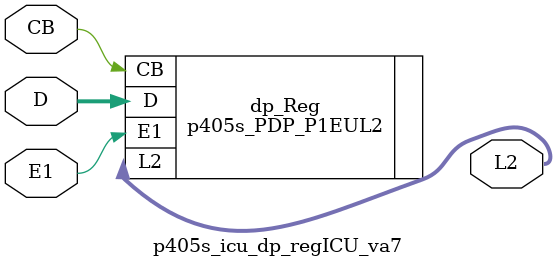
<source format=v>
module p405s_icu_dp_regICU_va7(
                      CB,
                      D,
                      E1,
                      L2
                     );

    input  CB; 
    input [0:31] D; 
    input  E1; 
    output [0:31] L2; 

p405s_PDP_P1EUL2
 #(32, 1, 1, 1, 2, 0 ) dp_Reg (
                                         .CB  (CB),
                                         .D   (D),
                                         .E1  (E1),
                                         .L2  (L2)
                                         );

endmodule

</source>
